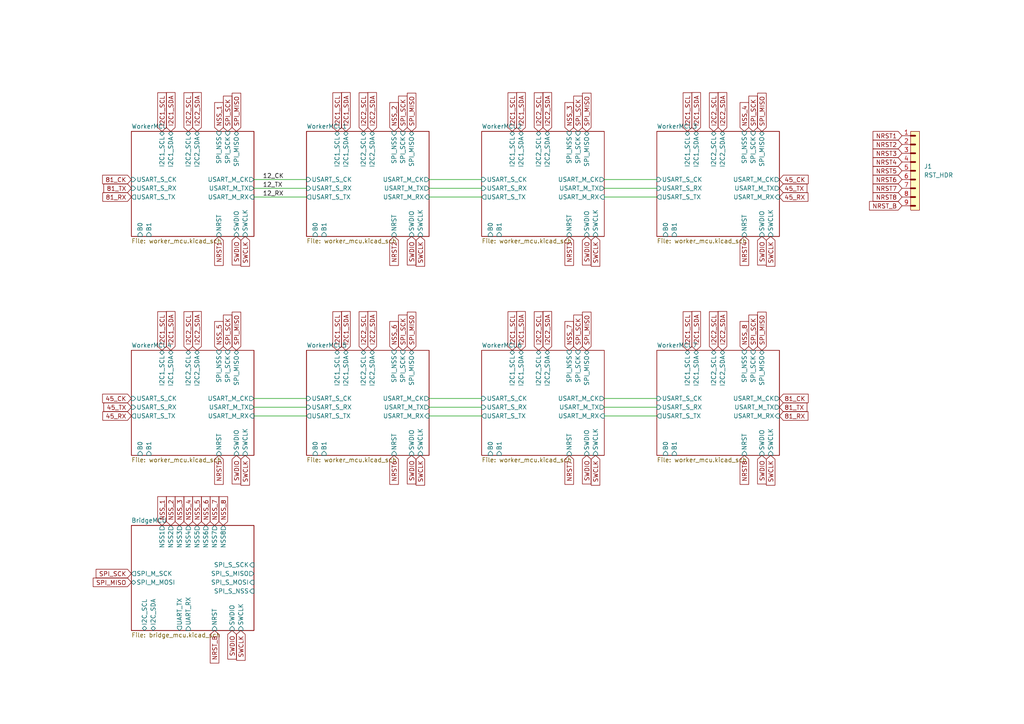
<source format=kicad_sch>
(kicad_sch (version 20250114) (generator "eeschema") (generator_version "9.0")
  (paper "A4")
  (lib_symbols
    (symbol "PCM_SL_Pin_Headers:PINHD_1x9_Male"
      (property "Reference" "J" (at 0 15.24 0))
      (property "Value" "PINHD_1x9_Male" (at 0 12.7 0))
      (symbol "PINHD_1x9_Male_0_1"
        (rectangle (start -1.27 11.43) (end 1.27 -11.43) (fill (type background)))
        (polyline (pts (xy -1.27 10.16) (xy 0 10.16)) (stroke (width 0.3)))
        (polyline (pts (xy -1.27 10.16) (xy 0 10.16)) (stroke (width 0.5)))
        (polyline (pts (xy -1.27 7.62) (xy 0 7.62)) (stroke (width 0.3)))
        (polyline (pts (xy -1.27 7.62) (xy 0 7.62)) (stroke (width 0.5)))
        (polyline (pts (xy -1.27 5.08) (xy 0 5.08)) (stroke (width 0.3)))
        (polyline (pts (xy -1.27 5.08) (xy 0 5.08)) (stroke (width 0.5)))
        (polyline (pts (xy -1.27 2.54) (xy 0 2.54)) (stroke (width 0.3)))
        (polyline (pts (xy -1.27 2.54) (xy 0 2.54)) (stroke (width 0.5)))
        (polyline (pts (xy -1.27 0) (xy 0 0)) (stroke (width 0.3)))
        (polyline (pts (xy -1.27 0) (xy 0 0)) (stroke (width 0.5)))
        (polyline (pts (xy -1.27 -2.54) (xy 0 -2.54)) (stroke (width 0.3)))
        (polyline (pts (xy -1.27 -2.54) (xy 0 -2.54)) (stroke (width 0.5)))
        (polyline (pts (xy -1.27 -5.08) (xy 0 -5.08)) (stroke (width 0.3)))
        (polyline (pts (xy -1.27 -5.08) (xy 0 -5.08)) (stroke (width 0.5)))
        (polyline (pts (xy -1.27 -7.62) (xy 0 -7.62)) (stroke (width 0.3)))
        (polyline (pts (xy -1.27 -7.62) (xy 0 -7.62)) (stroke (width 0.5)))
        (polyline (pts (xy -1.27 -10.16) (xy 0 -10.16)) (stroke (width 0.3)))
        (polyline (pts (xy -1.27 -10.16) (xy 0 -10.16)) (stroke (width 0.5)))
      )
      (symbol "PINHD_1x9_Male_1_1"
        (pin passive line (at -3.81 10.16 0) (length 2.54) (name "") (number "1"))
        (pin passive line (at -3.81 7.62 0) (length 2.54) (name "") (number "2"))
        (pin passive line (at -3.81 5.08 0) (length 2.54) (name "") (number "3"))
        (pin passive line (at -3.81 2.54 0) (length 2.54) (name "") (number "4"))
        (pin passive line (at -3.81 0 0) (length 2.54) (name "") (number "5"))
        (pin passive line (at -3.81 -2.54 0) (length 2.54) (name "") (number "6"))
        (pin passive line (at -3.81 -5.08 0) (length 2.54) (name "") (number "7"))
        (pin passive line (at -3.81 -7.62 0) (length 2.54) (name "") (number "8"))
        (pin passive line (at -3.81 -10.16 0) (length 2.54) (name "") (number "9"))
      )
    )
  )
  (wire (pts (xy 73.66 54.61) (xy 88.9 54.61)))
  (wire (pts (xy 124.46 118.11) (xy 139.7 118.11)))
  (wire (pts (xy 124.46 57.15) (xy 139.7 57.15)))
  (wire (pts (xy 175.26 54.61) (xy 190.5 54.61)))
  (wire (pts (xy 73.66 118.11) (xy 88.9 118.11)))
  (wire (pts (xy 124.46 52.07) (xy 139.7 52.07)))
  (wire (pts (xy 175.26 57.15) (xy 190.5 57.15)))
  (wire (pts (xy 73.66 52.07) (xy 88.9 52.07)))
  (wire (pts (xy 73.66 57.15) (xy 88.9 57.15)))
  (wire (pts (xy 124.46 54.61) (xy 139.7 54.61)))
  (wire (pts (xy 175.26 118.11) (xy 190.5 118.11)))
  (wire (pts (xy 175.26 52.07) (xy 190.5 52.07)))
  (wire (pts (xy 175.26 120.65) (xy 190.5 120.65)))
  (wire (pts (xy 124.46 115.57) (xy 139.7 115.57)))
  (wire (pts (xy 175.26 115.57) (xy 190.5 115.57)))
  (wire (pts (xy 124.46 120.65) (xy 139.7 120.65)))
  (wire (pts (xy 73.66 115.57) (xy 88.9 115.57)))
  (wire (pts (xy 73.66 120.65) (xy 88.9 120.65)))
  (label "12_TX" (at 76.2 54.61 0))
  (label "12_CK" (at 76.2 52.07 0))
  (label "12_RX" (at 76.2 57.15 0))
  (global_label "SPI_MISO" (shape input) (at 170.18 38.1 90) (property "Intersheetrefs" "${INTERSHEET_REFS}" (effects (hide yes))))
  (global_label "SWCLK" (shape input) (at 121.92 68.58 270) (property "Intersheetrefs" "${INTERSHEET_REFS}" (effects (hide yes))))
  (global_label "NRST_B" (shape input) (at 62.23 182.88 270) (property "Intersheetrefs" "${INTERSHEET_REFS}" (effects (hide yes))))
  (global_label "SPI_SCK" (shape input) (at 38.1 166.37 180) (property "Intersheetrefs" "${INTERSHEET_REFS}" (effects (hide yes))))
  (global_label "81_TX" (shape input) (at 226.06 118.11 0) (property "Intersheetrefs" "${INTERSHEET_REFS}" (effects (hide yes))))
  (global_label "SWDIO" (shape input) (at 220.98 132.08 270) (property "Intersheetrefs" "${INTERSHEET_REFS}" (effects (hide yes))))
  (global_label "NRST6" (shape input) (at 261.62 52.07 180) (property "Intersheetrefs" "${INTERSHEET_REFS}" (effects (hide yes))))
  (global_label "81_CK" (shape input) (at 226.06 115.57 0) (property "Intersheetrefs" "${INTERSHEET_REFS}" (effects (hide yes))))
  (global_label "I2C2_SDA" (shape input) (at 57.15 38.1 90) (property "Intersheetrefs" "${INTERSHEET_REFS}" (effects (hide yes))))
  (global_label "NSS_7" (shape input) (at 62.23 152.4 90) (property "Intersheetrefs" "${INTERSHEET_REFS}" (effects (hide yes))))
  (global_label "NRST4" (shape input) (at 215.9 68.58 270) (property "Intersheetrefs" "${INTERSHEET_REFS}" (effects (hide yes))))
  (global_label "I2C2_SCL" (shape input) (at 156.21 38.1 90) (property "Intersheetrefs" "${INTERSHEET_REFS}" (effects (hide yes))))
  (global_label "NSS_4" (shape input) (at 54.61 152.4 90) (property "Intersheetrefs" "${INTERSHEET_REFS}" (effects (hide yes))))
  (global_label "SWDIO" (shape input) (at 170.18 68.58 270) (property "Intersheetrefs" "${INTERSHEET_REFS}" (effects (hide yes))))
  (global_label "NRST5" (shape input) (at 63.5 132.08 270) (property "Intersheetrefs" "${INTERSHEET_REFS}" (effects (hide yes))))
  (global_label "NSS_2" (shape input) (at 114.3 38.1 90) (property "Intersheetrefs" "${INTERSHEET_REFS}" (effects (hide yes))))
  (global_label "SPI_MISO" (shape input) (at 220.98 101.6 90) (property "Intersheetrefs" "${INTERSHEET_REFS}" (effects (hide yes))))
  (global_label "SWCLK" (shape input) (at 172.72 132.08 270) (property "Intersheetrefs" "${INTERSHEET_REFS}" (effects (hide yes))))
  (global_label "NSS_3" (shape input) (at 165.1 38.1 90) (property "Intersheetrefs" "${INTERSHEET_REFS}" (effects (hide yes))))
  (global_label "I2C1_SCL" (shape input) (at 199.39 101.6 90) (property "Intersheetrefs" "${INTERSHEET_REFS}" (effects (hide yes))))
  (global_label "SPI_MISO" (shape input) (at 220.98 38.1 90) (property "Intersheetrefs" "${INTERSHEET_REFS}" (effects (hide yes))))
  (global_label "81_RX" (shape input) (at 38.1 57.15 180) (property "Intersheetrefs" "${INTERSHEET_REFS}" (effects (hide yes))))
  (global_label "NSS_5" (shape input) (at 57.15 152.4 90) (property "Intersheetrefs" "${INTERSHEET_REFS}" (effects (hide yes))))
  (global_label "NRST_B" (shape input) (at 261.62 59.69 180) (property "Intersheetrefs" "${INTERSHEET_REFS}" (effects (hide yes))))
  (global_label "SWDIO" (shape input) (at 68.58 132.08 270) (property "Intersheetrefs" "${INTERSHEET_REFS}" (effects (hide yes))))
  (global_label "SPI_MISO" (shape input) (at 68.58 38.1 90) (property "Intersheetrefs" "${INTERSHEET_REFS}" (effects (hide yes))))
  (global_label "NRST2" (shape input) (at 114.3 68.58 270) (property "Intersheetrefs" "${INTERSHEET_REFS}" (effects (hide yes))))
  (global_label "NSS_1" (shape input) (at 46.99 152.4 90) (property "Intersheetrefs" "${INTERSHEET_REFS}" (effects (hide yes))))
  (global_label "I2C1_SDA" (shape input) (at 100.33 38.1 90) (property "Intersheetrefs" "${INTERSHEET_REFS}" (effects (hide yes))))
  (global_label "45_RX" (shape input) (at 226.06 57.15 0) (property "Intersheetrefs" "${INTERSHEET_REFS}" (effects (hide yes))))
  (global_label "NSS_4" (shape input) (at 215.9 38.1 90) (property "Intersheetrefs" "${INTERSHEET_REFS}" (effects (hide yes))))
  (global_label "I2C2_SDA" (shape input) (at 209.55 38.1 90) (property "Intersheetrefs" "${INTERSHEET_REFS}" (effects (hide yes))))
  (global_label "SWDIO" (shape input) (at 170.18 132.08 270) (property "Intersheetrefs" "${INTERSHEET_REFS}" (effects (hide yes))))
  (global_label "I2C1_SDA" (shape input) (at 100.33 101.6 90) (property "Intersheetrefs" "${INTERSHEET_REFS}" (effects (hide yes))))
  (global_label "81_CK" (shape input) (at 38.1 52.07 180) (property "Intersheetrefs" "${INTERSHEET_REFS}" (effects (hide yes))))
  (global_label "NRST7" (shape input) (at 165.1 132.08 270) (property "Intersheetrefs" "${INTERSHEET_REFS}" (effects (hide yes))))
  (global_label "NSS_8" (shape input) (at 64.77 152.4 90) (property "Intersheetrefs" "${INTERSHEET_REFS}" (effects (hide yes))))
  (global_label "81_RX" (shape input) (at 226.06 120.65 0) (property "Intersheetrefs" "${INTERSHEET_REFS}" (effects (hide yes))))
  (global_label "I2C2_SDA" (shape input) (at 209.55 101.6 90) (property "Intersheetrefs" "${INTERSHEET_REFS}" (effects (hide yes))))
  (global_label "45_TX" (shape input) (at 226.06 54.61 0) (property "Intersheetrefs" "${INTERSHEET_REFS}" (effects (hide yes))))
  (global_label "I2C1_SCL" (shape input) (at 97.79 38.1 90) (property "Intersheetrefs" "${INTERSHEET_REFS}" (effects (hide yes))))
  (global_label "I2C2_SCL" (shape input) (at 54.61 101.6 90) (property "Intersheetrefs" "${INTERSHEET_REFS}" (effects (hide yes))))
  (global_label "SWDIO" (shape input) (at 119.38 132.08 270) (property "Intersheetrefs" "${INTERSHEET_REFS}" (effects (hide yes))))
  (global_label "NRST5" (shape input) (at 261.62 49.53 180) (property "Intersheetrefs" "${INTERSHEET_REFS}" (effects (hide yes))))
  (global_label "SWCLK" (shape input) (at 172.72 68.58 270) (property "Intersheetrefs" "${INTERSHEET_REFS}" (effects (hide yes))))
  (global_label "NRST3" (shape input) (at 165.1 68.58 270) (property "Intersheetrefs" "${INTERSHEET_REFS}" (effects (hide yes))))
  (global_label "45_RX" (shape input) (at 38.1 120.65 180) (property "Intersheetrefs" "${INTERSHEET_REFS}" (effects (hide yes))))
  (global_label "SPI_MISO" (shape input) (at 38.1 168.91 180) (property "Intersheetrefs" "${INTERSHEET_REFS}" (effects (hide yes))))
  (global_label "I2C2_SDA" (shape input) (at 57.15 101.6 90) (property "Intersheetrefs" "${INTERSHEET_REFS}" (effects (hide yes))))
  (global_label "SWCLK" (shape input) (at 71.12 68.58 270) (property "Intersheetrefs" "${INTERSHEET_REFS}" (effects (hide yes))))
  (global_label "NRST1" (shape input) (at 63.5 68.58 270) (property "Intersheetrefs" "${INTERSHEET_REFS}" (effects (hide yes))))
  (global_label "NSS_8" (shape input) (at 215.9 101.6 90) (property "Intersheetrefs" "${INTERSHEET_REFS}" (effects (hide yes))))
  (global_label "81_TX" (shape input) (at 38.1 54.61 180) (property "Intersheetrefs" "${INTERSHEET_REFS}" (effects (hide yes))))
  (global_label "SPI_SCK" (shape input) (at 66.04 38.1 90) (property "Intersheetrefs" "${INTERSHEET_REFS}" (effects (hide yes))))
  (global_label "SWDIO" (shape input) (at 68.58 68.58 270) (property "Intersheetrefs" "${INTERSHEET_REFS}" (effects (hide yes))))
  (global_label "I2C2_SCL" (shape input) (at 156.21 101.6 90) (property "Intersheetrefs" "${INTERSHEET_REFS}" (effects (hide yes))))
  (global_label "NSS_1" (shape input) (at 63.5 38.1 90) (property "Intersheetrefs" "${INTERSHEET_REFS}" (effects (hide yes))))
  (global_label "I2C1_SDA" (shape input) (at 49.53 38.1 90) (property "Intersheetrefs" "${INTERSHEET_REFS}" (effects (hide yes))))
  (global_label "NRST8" (shape input) (at 261.62 57.15 180) (property "Intersheetrefs" "${INTERSHEET_REFS}" (effects (hide yes))))
  (global_label "I2C2_SCL" (shape input) (at 207.01 101.6 90) (property "Intersheetrefs" "${INTERSHEET_REFS}" (effects (hide yes))))
  (global_label "SPI_MISO" (shape input) (at 170.18 101.6 90) (property "Intersheetrefs" "${INTERSHEET_REFS}" (effects (hide yes))))
  (global_label "SWCLK" (shape input) (at 121.92 132.08 270) (property "Intersheetrefs" "${INTERSHEET_REFS}" (effects (hide yes))))
  (global_label "I2C1_SCL" (shape input) (at 199.39 38.1 90) (property "Intersheetrefs" "${INTERSHEET_REFS}" (effects (hide yes))))
  (global_label "I2C2_SDA" (shape input) (at 158.75 38.1 90) (property "Intersheetrefs" "${INTERSHEET_REFS}" (effects (hide yes))))
  (global_label "NSS_6" (shape input) (at 114.3 101.6 90) (property "Intersheetrefs" "${INTERSHEET_REFS}" (effects (hide yes))))
  (global_label "SPI_SCK" (shape input) (at 218.44 101.6 90) (property "Intersheetrefs" "${INTERSHEET_REFS}" (effects (hide yes))))
  (global_label "NRST3" (shape input) (at 261.62 44.45 180) (property "Intersheetrefs" "${INTERSHEET_REFS}" (effects (hide yes))))
  (global_label "I2C1_SDA" (shape input) (at 201.93 38.1 90) (property "Intersheetrefs" "${INTERSHEET_REFS}" (effects (hide yes))))
  (global_label "SPI_SCK" (shape input) (at 167.64 101.6 90) (property "Intersheetrefs" "${INTERSHEET_REFS}" (effects (hide yes))))
  (global_label "NSS_2" (shape input) (at 49.53 152.4 90) (property "Intersheetrefs" "${INTERSHEET_REFS}" (effects (hide yes))))
  (global_label "SPI_SCK" (shape input) (at 116.84 101.6 90) (property "Intersheetrefs" "${INTERSHEET_REFS}" (effects (hide yes))))
  (global_label "SWDIO" (shape input) (at 119.38 68.58 270) (property "Intersheetrefs" "${INTERSHEET_REFS}" (effects (hide yes))))
  (global_label "SWCLK" (shape input) (at 223.52 68.58 270) (property "Intersheetrefs" "${INTERSHEET_REFS}" (effects (hide yes))))
  (global_label "SPI_SCK" (shape input) (at 218.44 38.1 90) (property "Intersheetrefs" "${INTERSHEET_REFS}" (effects (hide yes))))
  (global_label "NSS_7" (shape input) (at 165.1 101.6 90) (property "Intersheetrefs" "${INTERSHEET_REFS}" (effects (hide yes))))
  (global_label "NSS_3" (shape input) (at 52.07 152.4 90) (property "Intersheetrefs" "${INTERSHEET_REFS}" (effects (hide yes))))
  (global_label "I2C1_SCL" (shape input) (at 46.99 38.1 90) (property "Intersheetrefs" "${INTERSHEET_REFS}" (effects (hide yes))))
  (global_label "I2C1_SDA" (shape input) (at 201.93 101.6 90) (property "Intersheetrefs" "${INTERSHEET_REFS}" (effects (hide yes))))
  (global_label "SWDIO" (shape input) (at 220.98 68.58 270) (property "Intersheetrefs" "${INTERSHEET_REFS}" (effects (hide yes))))
  (global_label "SPI_SCK" (shape input) (at 66.04 101.6 90) (property "Intersheetrefs" "${INTERSHEET_REFS}" (effects (hide yes))))
  (global_label "NSS_6" (shape input) (at 59.69 152.4 90) (property "Intersheetrefs" "${INTERSHEET_REFS}" (effects (hide yes))))
  (global_label "I2C1_SCL" (shape input) (at 97.79 101.6 90) (property "Intersheetrefs" "${INTERSHEET_REFS}" (effects (hide yes))))
  (global_label "SPI_MISO" (shape input) (at 68.58 101.6 90) (property "Intersheetrefs" "${INTERSHEET_REFS}" (effects (hide yes))))
  (global_label "I2C2_SDA" (shape input) (at 107.95 38.1 90) (property "Intersheetrefs" "${INTERSHEET_REFS}" (effects (hide yes))))
  (global_label "SPI_MISO" (shape input) (at 119.38 101.6 90) (property "Intersheetrefs" "${INTERSHEET_REFS}" (effects (hide yes))))
  (global_label "NSS_5" (shape input) (at 63.5 101.6 90) (property "Intersheetrefs" "${INTERSHEET_REFS}" (effects (hide yes))))
  (global_label "I2C1_SDA" (shape input) (at 49.53 101.6 90) (property "Intersheetrefs" "${INTERSHEET_REFS}" (effects (hide yes))))
  (global_label "SPI_SCK" (shape input) (at 116.84 38.1 90) (property "Intersheetrefs" "${INTERSHEET_REFS}" (effects (hide yes))))
  (global_label "NRST8" (shape input) (at 215.9 132.08 270) (property "Intersheetrefs" "${INTERSHEET_REFS}" (effects (hide yes))))
  (global_label "I2C1_SDA" (shape input) (at 151.13 101.6 90) (property "Intersheetrefs" "${INTERSHEET_REFS}" (effects (hide yes))))
  (global_label "I2C1_SCL" (shape input) (at 148.59 38.1 90) (property "Intersheetrefs" "${INTERSHEET_REFS}" (effects (hide yes))))
  (global_label "NRST7" (shape input) (at 261.62 54.61 180) (property "Intersheetrefs" "${INTERSHEET_REFS}" (effects (hide yes))))
  (global_label "SPI_SCK" (shape input) (at 167.64 38.1 90) (property "Intersheetrefs" "${INTERSHEET_REFS}" (effects (hide yes))))
  (global_label "I2C1_SCL" (shape input) (at 46.99 101.6 90) (property "Intersheetrefs" "${INTERSHEET_REFS}" (effects (hide yes))))
  (global_label "45_CK" (shape input) (at 226.06 52.07 0) (property "Intersheetrefs" "${INTERSHEET_REFS}" (effects (hide yes))))
  (global_label "I2C2_SCL" (shape input) (at 54.61 38.1 90) (property "Intersheetrefs" "${INTERSHEET_REFS}" (effects (hide yes))))
  (global_label "I2C2_SCL" (shape input) (at 105.41 101.6 90) (property "Intersheetrefs" "${INTERSHEET_REFS}" (effects (hide yes))))
  (global_label "I2C1_SCL" (shape input) (at 148.59 101.6 90) (property "Intersheetrefs" "${INTERSHEET_REFS}" (effects (hide yes))))
  (global_label "NRST4" (shape input) (at 261.62 46.99 180) (property "Intersheetrefs" "${INTERSHEET_REFS}" (effects (hide yes))))
  (global_label "I2C2_SDA" (shape input) (at 107.95 101.6 90) (property "Intersheetrefs" "${INTERSHEET_REFS}" (effects (hide yes))))
  (global_label "I2C2_SDA" (shape input) (at 158.75 101.6 90) (property "Intersheetrefs" "${INTERSHEET_REFS}" (effects (hide yes))))
  (global_label "SWCLK" (shape input) (at 223.52 132.08 270) (property "Intersheetrefs" "${INTERSHEET_REFS}" (effects (hide yes))))
  (global_label "45_TX" (shape input) (at 38.1 118.11 180) (property "Intersheetrefs" "${INTERSHEET_REFS}" (effects (hide yes))))
  (global_label "SWCLK" (shape input) (at 69.85 182.88 270) (property "Intersheetrefs" "${INTERSHEET_REFS}" (effects (hide yes))))
  (global_label "I2C2_SCL" (shape input) (at 105.41 38.1 90) (property "Intersheetrefs" "${INTERSHEET_REFS}" (effects (hide yes))))
  (global_label "SPI_MISO" (shape input) (at 119.38 38.1 90) (property "Intersheetrefs" "${INTERSHEET_REFS}" (effects (hide yes))))
  (global_label "SWDIO" (shape input) (at 67.31 182.88 270) (property "Intersheetrefs" "${INTERSHEET_REFS}" (effects (hide yes))))
  (global_label "SWCLK" (shape input) (at 71.12 132.08 270) (property "Intersheetrefs" "${INTERSHEET_REFS}" (effects (hide yes))))
  (global_label "NRST6" (shape input) (at 114.3 132.08 270) (property "Intersheetrefs" "${INTERSHEET_REFS}" (effects (hide yes))))
  (global_label "I2C2_SCL" (shape input) (at 207.01 38.1 90) (property "Intersheetrefs" "${INTERSHEET_REFS}" (effects (hide yes))))
  (global_label "45_CK" (shape input) (at 38.1 115.57 180) (property "Intersheetrefs" "${INTERSHEET_REFS}" (effects (hide yes))))
  (global_label "NRST2" (shape input) (at 261.62 41.91 180) (property "Intersheetrefs" "${INTERSHEET_REFS}" (effects (hide yes))))
  (global_label "I2C1_SDA" (shape input) (at 151.13 38.1 90) (property "Intersheetrefs" "${INTERSHEET_REFS}" (effects (hide yes))))
  (global_label "NRST1" (shape input) (at 261.62 39.37 180) (property "Intersheetrefs" "${INTERSHEET_REFS}" (effects (hide yes))))
  (symbol (lib_id "PCM_SL_Pin_Headers:PINHD_1x9_Male") (at 265.43 49.53 0) (unit 1)
    (property "Reference" "J1" (at 267.97 48.2599 0) (effects (justify left)))
    (property "Value" "RST_HDR" (at 267.97 50.7999 0) (effects (justify left)))
    (property "Footprint" "Connector_PinHeader_2.54mm:PinHeader_1x09_P2.54mm_Vertical" (effects (hide yes)))
    (property "Description" "Pin Header male with pin space 2.54mm. Pin Count -9" (effects (hide yes)))
  )
  (sheet (at 38.1 152.4) (size 35.56 30.48) (stroke (width 0.1524))
    (property "Sheetname" "BridgeMCU" (at 38.1 151.6884 0) (effects (justify left bottom)))
    (property "Sheetfile" "bridge_mcu.kicad_sch" (at 38.1 183.4646 0) (effects (justify left top)))
    (pin "SWDIO" input (at 67.31 182.88 270))
    (pin "NRST" input (at 62.23 182.88 270))
    (pin "NSS8" output (at 64.77 152.4 90))
    (pin "NSS4" output (at 54.61 152.4 90))
    (pin "NSS5" output (at 57.15 152.4 90))
    (pin "NSS6" output (at 59.69 152.4 90))
    (pin "SPI_S_MISO" output (at 73.66 166.37 0))
    (pin "NSS7" output (at 62.23 152.4 90))
    (pin "NSS1" output (at 46.99 152.4 90))
    (pin "SPI_M_MOSI" bidirectional (at 38.1 168.91 180))
    (pin "SWCLK" input (at 69.85 182.88 270))
    (pin "SPI_S_NSS" input (at 73.66 171.45 0))
    (pin "SPI_S_MOSI" input (at 73.66 168.91 0))
    (pin "NSS3" output (at 52.07 152.4 90))
    (pin "SPI_M_SCK" output (at 38.1 166.37 180))
    (pin "NSS2" output (at 49.53 152.4 90))
    (pin "UART_TX" output (at 52.07 182.88 270))
    (pin "I2C_SCL" bidirectional (at 41.91 182.88 270))
    (pin "UART_RX" input (at 54.61 182.88 270))
    (pin "I2C_SDA" bidirectional (at 44.45 182.88 270))
    (pin "SPI_S_SCK" input (at 73.66 163.83 0))
  )
  (sheet (at 38.1 101.6) (size 35.56 30.48) (stroke (width 0.1524))
    (property "Sheetname" "WorkerMCU4" (at 38.1 100.8884 0) (effects (justify left bottom)))
    (property "Sheetfile" "worker_mcu.kicad_sch" (at 38.1 132.6646 0) (effects (justify left top)))
    (pin "I2C2_SCL" bidirectional (at 54.61 101.6 90))
    (pin "NRST" input (at 63.5 132.08 270))
    (pin "USART_M_CK" output (at 73.66 115.57 0))
    (pin "B1" input (at 43.18 132.08 270))
    (pin "SPI_SCK" input (at 66.04 101.6 90))
    (pin "B0" input (at 40.64 132.08 270))
    (pin "SWDIO" input (at 68.58 132.08 270))
    (pin "SPI_NSS" input (at 63.5 101.6 90))
    (pin "SWCLK" input (at 71.12 132.08 270))
    (pin "I2C2_SDA" bidirectional (at 57.15 101.6 90))
    (pin "USART_S_TX" output (at 38.1 120.65 180))
    (pin "USART_S_CK" input (at 38.1 115.57 180))
    (pin "SPI_MISO" bidirectional (at 68.58 101.6 90))
    (pin "USART_S_RX" input (at 38.1 118.11 180))
    (pin "USART_M_RX" input (at 73.66 120.65 0))
    (pin "USART_M_TX" output (at 73.66 118.11 0))
    (pin "I2C1_SCL" bidirectional (at 46.99 101.6 90))
    (pin "I2C1_SDA" bidirectional (at 49.53 101.6 90))
  )
  (sheet (at 190.5 101.6) (size 35.56 30.48) (stroke (width 0.1524))
    (property "Sheetname" "WorkerMCU7" (at 190.5 100.8884 0) (effects (justify left bottom)))
    (property "Sheetfile" "worker_mcu.kicad_sch" (at 190.5 132.6646 0) (effects (justify left top)))
    (pin "I2C2_SCL" bidirectional (at 207.01 101.6 90))
    (pin "NRST" input (at 215.9 132.08 270))
    (pin "USART_M_CK" output (at 226.06 115.57 0))
    (pin "B1" input (at 195.58 132.08 270))
    (pin "SPI_SCK" input (at 218.44 101.6 90))
    (pin "B0" input (at 193.04 132.08 270))
    (pin "SWDIO" input (at 220.98 132.08 270))
    (pin "SPI_NSS" input (at 215.9 101.6 90))
    (pin "SWCLK" input (at 223.52 132.08 270))
    (pin "I2C2_SDA" bidirectional (at 209.55 101.6 90))
    (pin "USART_S_TX" output (at 190.5 120.65 180))
    (pin "USART_S_CK" input (at 190.5 115.57 180))
    (pin "SPI_MISO" bidirectional (at 220.98 101.6 90))
    (pin "USART_S_RX" input (at 190.5 118.11 180))
    (pin "USART_M_RX" input (at 226.06 120.65 0))
    (pin "USART_M_TX" output (at 226.06 118.11 0))
    (pin "I2C1_SCL" bidirectional (at 199.39 101.6 90))
    (pin "I2C1_SDA" bidirectional (at 201.93 101.6 90))
  )
  (sheet (at 139.7 38.1) (size 35.56 30.48) (stroke (width 0.1524))
    (property "Sheetname" "WorkerMCU2" (at 139.7 37.3884 0) (effects (justify left bottom)))
    (property "Sheetfile" "worker_mcu.kicad_sch" (at 139.7 69.1646 0) (effects (justify left top)))
    (pin "I2C2_SCL" bidirectional (at 156.21 38.1 90))
    (pin "NRST" input (at 165.1 68.58 270))
    (pin "USART_M_CK" output (at 175.26 52.07 0))
    (pin "B1" input (at 144.78 68.58 270))
    (pin "SPI_SCK" input (at 167.64 38.1 90))
    (pin "B0" input (at 142.24 68.58 270))
    (pin "SWDIO" input (at 170.18 68.58 270))
    (pin "SPI_NSS" input (at 165.1 38.1 90))
    (pin "SWCLK" input (at 172.72 68.58 270))
    (pin "I2C2_SDA" bidirectional (at 158.75 38.1 90))
    (pin "USART_S_TX" output (at 139.7 57.15 180))
    (pin "USART_S_CK" input (at 139.7 52.07 180))
    (pin "SPI_MISO" bidirectional (at 170.18 38.1 90))
    (pin "USART_S_RX" input (at 139.7 54.61 180))
    (pin "USART_M_RX" input (at 175.26 57.15 0))
    (pin "USART_M_TX" output (at 175.26 54.61 0))
    (pin "I2C1_SCL" bidirectional (at 148.59 38.1 90))
    (pin "I2C1_SDA" bidirectional (at 151.13 38.1 90))
  )
  (sheet (at 88.9 101.6) (size 35.56 30.48) (stroke (width 0.1524))
    (property "Sheetname" "WorkerMCU5" (at 88.9 100.8884 0) (effects (justify left bottom)))
    (property "Sheetfile" "worker_mcu.kicad_sch" (at 88.9 132.6646 0) (effects (justify left top)))
    (pin "I2C2_SCL" bidirectional (at 105.41 101.6 90))
    (pin "NRST" input (at 114.3 132.08 270))
    (pin "USART_M_CK" output (at 124.46 115.57 0))
    (pin "B1" input (at 93.98 132.08 270))
    (pin "SPI_SCK" input (at 116.84 101.6 90))
    (pin "B0" input (at 91.44 132.08 270))
    (pin "SWDIO" input (at 119.38 132.08 270))
    (pin "SPI_NSS" input (at 114.3 101.6 90))
    (pin "SWCLK" input (at 121.92 132.08 270))
    (pin "I2C2_SDA" bidirectional (at 107.95 101.6 90))
    (pin "USART_S_TX" output (at 88.9 120.65 180))
    (pin "USART_S_CK" input (at 88.9 115.57 180))
    (pin "SPI_MISO" bidirectional (at 119.38 101.6 90))
    (pin "USART_S_RX" input (at 88.9 118.11 180))
    (pin "USART_M_RX" input (at 124.46 120.65 0))
    (pin "USART_M_TX" output (at 124.46 118.11 0))
    (pin "I2C1_SCL" bidirectional (at 97.79 101.6 90))
    (pin "I2C1_SDA" bidirectional (at 100.33 101.6 90))
  )
  (sheet (at 139.7 101.6) (size 35.56 30.48) (stroke (width 0.1524))
    (property "Sheetname" "WorkerMCU6" (at 139.7 100.8884 0) (effects (justify left bottom)))
    (property "Sheetfile" "worker_mcu.kicad_sch" (at 139.7 132.6646 0) (effects (justify left top)))
    (pin "I2C2_SCL" bidirectional (at 156.21 101.6 90))
    (pin "NRST" input (at 165.1 132.08 270))
    (pin "USART_M_CK" output (at 175.26 115.57 0))
    (pin "B1" input (at 144.78 132.08 270))
    (pin "SPI_SCK" input (at 167.64 101.6 90))
    (pin "B0" input (at 142.24 132.08 270))
    (pin "SWDIO" input (at 170.18 132.08 270))
    (pin "SPI_NSS" input (at 165.1 101.6 90))
    (pin "SWCLK" input (at 172.72 132.08 270))
    (pin "I2C2_SDA" bidirectional (at 158.75 101.6 90))
    (pin "USART_S_TX" output (at 139.7 120.65 180))
    (pin "USART_S_CK" input (at 139.7 115.57 180))
    (pin "SPI_MISO" bidirectional (at 170.18 101.6 90))
    (pin "USART_S_RX" input (at 139.7 118.11 180))
    (pin "USART_M_RX" input (at 175.26 120.65 0))
    (pin "USART_M_TX" output (at 175.26 118.11 0))
    (pin "I2C1_SCL" bidirectional (at 148.59 101.6 90))
    (pin "I2C1_SDA" bidirectional (at 151.13 101.6 90))
  )
  (sheet (at 88.9 38.1) (size 35.56 30.48) (stroke (width 0.1524))
    (property "Sheetname" "WorkerMCU1" (at 88.9 37.3884 0) (effects (justify left bottom)))
    (property "Sheetfile" "worker_mcu.kicad_sch" (at 88.9 69.1646 0) (effects (justify left top)))
    (pin "I2C2_SCL" bidirectional (at 105.41 38.1 90))
    (pin "NRST" input (at 114.3 68.58 270))
    (pin "USART_M_CK" output (at 124.46 52.07 0))
    (pin "B1" input (at 93.98 68.58 270))
    (pin "SPI_SCK" input (at 116.84 38.1 90))
    (pin "B0" input (at 91.44 68.58 270))
    (pin "SWDIO" input (at 119.38 68.58 270))
    (pin "SPI_NSS" input (at 114.3 38.1 90))
    (pin "SWCLK" input (at 121.92 68.58 270))
    (pin "I2C2_SDA" bidirectional (at 107.95 38.1 90))
    (pin "USART_S_TX" output (at 88.9 57.15 180))
    (pin "USART_S_CK" input (at 88.9 52.07 180))
    (pin "SPI_MISO" bidirectional (at 119.38 38.1 90))
    (pin "USART_S_RX" input (at 88.9 54.61 180))
    (pin "USART_M_RX" input (at 124.46 57.15 0))
    (pin "USART_M_TX" output (at 124.46 54.61 0))
    (pin "I2C1_SCL" bidirectional (at 97.79 38.1 90))
    (pin "I2C1_SDA" bidirectional (at 100.33 38.1 90))
  )
  (sheet (at 190.5 38.1) (size 35.56 30.48) (stroke (width 0.1524))
    (property "Sheetname" "WorkerMCU3" (at 190.5 37.3884 0) (effects (justify left bottom)))
    (property "Sheetfile" "worker_mcu.kicad_sch" (at 190.5 69.1646 0) (effects (justify left top)))
    (pin "I2C2_SCL" bidirectional (at 207.01 38.1 90))
    (pin "NRST" input (at 215.9 68.58 270))
    (pin "USART_M_CK" output (at 226.06 52.07 0))
    (pin "B1" input (at 195.58 68.58 270))
    (pin "SPI_SCK" input (at 218.44 38.1 90))
    (pin "B0" input (at 193.04 68.58 270))
    (pin "SWDIO" input (at 220.98 68.58 270))
    (pin "SPI_NSS" input (at 215.9 38.1 90))
    (pin "SWCLK" input (at 223.52 68.58 270))
    (pin "I2C2_SDA" bidirectional (at 209.55 38.1 90))
    (pin "USART_S_TX" output (at 190.5 57.15 180))
    (pin "USART_S_CK" input (at 190.5 52.07 180))
    (pin "SPI_MISO" bidirectional (at 220.98 38.1 90))
    (pin "USART_S_RX" input (at 190.5 54.61 180))
    (pin "USART_M_RX" input (at 226.06 57.15 0))
    (pin "USART_M_TX" output (at 226.06 54.61 0))
    (pin "I2C1_SCL" bidirectional (at 199.39 38.1 90))
    (pin "I2C1_SDA" bidirectional (at 201.93 38.1 90))
  )
  (sheet (at 38.1 38.1) (size 35.56 30.48) (stroke (width 0.1524))
    (property "Sheetname" "WorkerMCU" (at 38.1 37.3884 0) (effects (justify left bottom)))
    (property "Sheetfile" "worker_mcu.kicad_sch" (at 38.1 69.1646 0) (effects (justify left top)))
    (pin "I2C2_SCL" bidirectional (at 54.61 38.1 90))
    (pin "NRST" input (at 63.5 68.58 270))
    (pin "USART_M_CK" output (at 73.66 52.07 0))
    (pin "B1" input (at 43.18 68.58 270))
    (pin "SPI_SCK" input (at 66.04 38.1 90))
    (pin "B0" input (at 40.64 68.58 270))
    (pin "SWDIO" input (at 68.58 68.58 270))
    (pin "SPI_NSS" input (at 63.5 38.1 90))
    (pin "SWCLK" input (at 71.12 68.58 270))
    (pin "I2C2_SDA" bidirectional (at 57.15 38.1 90))
    (pin "USART_S_TX" output (at 38.1 57.15 180))
    (pin "USART_S_CK" input (at 38.1 52.07 180))
    (pin "SPI_MISO" bidirectional (at 68.58 38.1 90))
    (pin "USART_S_RX" input (at 38.1 54.61 180))
    (pin "USART_M_RX" input (at 73.66 57.15 0))
    (pin "USART_M_TX" output (at 73.66 54.61 0))
    (pin "I2C1_SCL" bidirectional (at 46.99 38.1 90))
    (pin "I2C1_SDA" bidirectional (at 49.53 38.1 90))
  )
)
</source>
